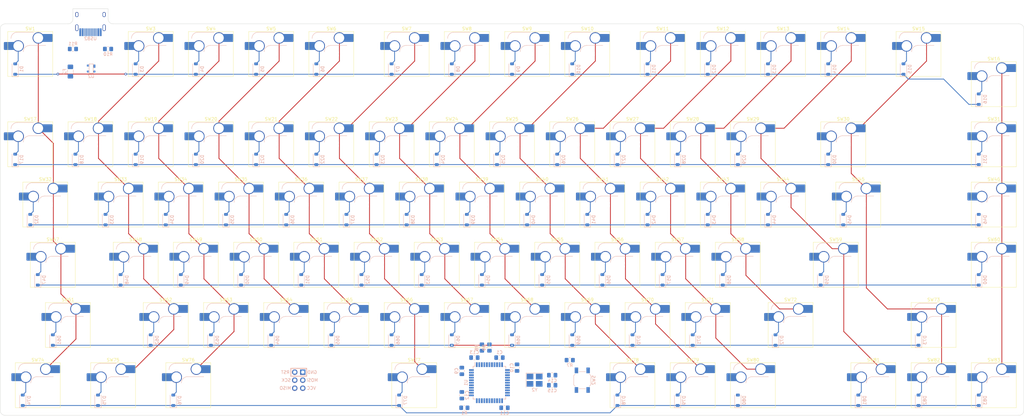
<source format=kicad_pcb>
(kicad_pcb (version 20221018) (generator pcbnew)
  (layers (0 "F.Cu" signal) (31 "B.Cu" signal) (34 "B.Paste" user) (35 "F.Paste" user) (36 "B.SilkS" user "B.Silkscreen") (37 "F.SilkS" user "F.Silkscreen") (38 "B.Mask" user) (39 "F.Mask" user) (44 "Edge.Cuts" user))
  (net 0 "")
  (net 1 "Net-(U1-UCAP)")
  (net 2 "GND")
  (net 3 "+5V")
  (net 4 "XTAL1")
  (net 5 "XTAL2")
  (net 6 "ROW0")
  (net 7 "Net-(D1-A)")
  (net 8 "DN")
  (net 9 "DP")
  (net 10 "Net-(D3-A)")
  (net 11 "Net-(D4-A)")
  (net 12 "Net-(D5-A)")
  (net 13 "Net-(D6-A)")
  (net 14 "Net-(D7-A)")
  (net 15 "Net-(D8-A)")
  (net 16 "Net-(D9-A)")
  (net 17 "Net-(D10-A)")
  (net 18 "Net-(D11-A)")
  (net 19 "Net-(D12-A)")
  (net 20 "Net-(D13-A)")
  (net 21 "Net-(D14-A)")
  (net 22 "Net-(D15-A)")
  (net 23 "Net-(D16-A)")
  (net 24 "ROW1")
  (net 25 "Net-(D17-A)")
  (net 26 "Net-(D18-A)")
  (net 27 "Net-(D19-A)")
  (net 28 "Net-(D20-A)")
  (net 29 "Net-(D21-A)")
  (net 30 "Net-(D22-A)")
  (net 31 "Net-(D23-A)")
  (net 32 "Net-(D24-A)")
  (net 33 "Net-(D25-A)")
  (net 34 "Net-(D26-A)")
  (net 35 "Net-(D27-A)")
  (net 36 "Net-(D28-A)")
  (net 37 "Net-(D29-A)")
  (net 38 "Net-(D30-A)")
  (net 39 "Net-(D31-A)")
  (net 40 "ROW2")
  (net 41 "Net-(D32-A)")
  (net 42 "Net-(D33-A)")
  (net 43 "Net-(D34-A)")
  (net 44 "Net-(D35-A)")
  (net 45 "Net-(D36-A)")
  (net 46 "Net-(D37-A)")
  (net 47 "Net-(D38-A)")
  (net 48 "Net-(D39-A)")
  (net 49 "Net-(D40-A)")
  (net 50 "Net-(D41-A)")
  (net 51 "Net-(D42-A)")
  (net 52 "Net-(D43-A)")
  (net 53 "Net-(D44-A)")
  (net 54 "Net-(D45-A)")
  (net 55 "Net-(D46-A)")
  (net 56 "ROW3")
  (net 57 "Net-(D47-A)")
  (net 58 "Net-(D48-A)")
  (net 59 "Net-(D49-A)")
  (net 60 "Net-(D50-A)")
  (net 61 "Net-(D51-A)")
  (net 62 "Net-(D52-A)")
  (net 63 "Net-(D53-A)")
  (net 64 "Net-(D54-A)")
  (net 65 "Net-(D55-A)")
  (net 66 "Net-(D56-A)")
  (net 67 "Net-(D57-A)")
  (net 68 "Net-(D58-A)")
  (net 69 "Net-(D59-A)")
  (net 70 "Net-(D60-A)")
  (net 71 "ROW4")
  (net 72 "Net-(D61-A)")
  (net 73 "Net-(D62-A)")
  (net 74 "Net-(D63-A)")
  (net 75 "Net-(D64-A)")
  (net 76 "Net-(D65-A)")
  (net 77 "Net-(D66-A)")
  (net 78 "Net-(D67-A)")
  (net 79 "Net-(D68-A)")
  (net 80 "Net-(D69-A)")
  (net 81 "Net-(D70-A)")
  (net 82 "Net-(D71-A)")
  (net 83 "Net-(D72-A)")
  (net 84 "Net-(D73-A)")
  (net 85 "ROW5")
  (net 86 "Net-(D74-A)")
  (net 87 "Net-(D75-A)")
  (net 88 "Net-(D76-A)")
  (net 89 "Net-(D77-A)")
  (net 90 "Net-(D78-A)")
  (net 91 "Net-(D79-A)")
  (net 92 "Net-(D80-A)")
  (net 93 "Net-(D81-A)")
  (net 94 "Net-(D82-A)")
  (net 95 "Net-(D83-A)")
  (net 96 "VCC")
  (net 97 "MISO")
  (net 98 "SCK")
  (net 99 "MOSI")
  (net 100 "RESET")
  (net 101 "Net-(U1-~{HWB}{slash}PE2)")
  (net 102 "D-")
  (net 103 "D+")
  (net 104 "Net-(USB2-CC2)")
  (net 105 "Net-(USB2-CC1)")
  (net 106 "COL0")
  (net 107 "COL1")
  (net 108 "COL2")
  (net 109 "COL3")
  (net 110 "COL4")
  (net 111 "COL5")
  (net 112 "COL6")
  (net 113 "COL7")
  (net 114 "COL8")
  (net 115 "COL9")
  (net 116 "COL10")
  (net 117 "COL11")
  (net 118 "COL12")
  (net 119 "COL13")
  (net 120 "COL14")
  (footprint "PCM_Switch_Keyboard_Hotswap_Kailh:SW_Hotswap_Kailh_MX_Plated_1.00u" (layer "F.Cu") (at 204.7875 161.925)
    (fp_text reference "SW49")
    (fp_text value "SW_Push")
  )
  (footprint "PCM_Switch_Keyboard_Hotswap_Kailh:SW_Hotswap_Kailh_MX_Plated_1.00u" (layer "F.Cu") (at 328.6125 180.975)
    (fp_text reference "SW69")
    (fp_text value "SW_Push")
  )
  (footprint "PCM_Switch_Keyboard_Hotswap_Kailh:SW_Hotswap_Kailh_MX_Plated_1.00u" (layer "F.Cu") (at 276.225 142.875)
    (fp_text reference "SW38")
    (fp_text value "SW_Push")
  )
  (footprint "PCM_Switch_Keyboard_Hotswap_Kailh:SW_Hotswap_Kailh_MX_Plated_1.00u" (layer "F.Cu") (at 195.2625 180.975)
    (fp_text reference "SW62")
    (fp_text value "SW_Push")
  )
  (footprint "PCM_Switch_Keyboard_Hotswap_Kailh:SW_Hotswap_Kailh_MX_Plated_1.00u" (layer "F.Cu") (at 214.3125 180.975)
    (fp_text reference "SW63")
    (fp_text value "SW_Push")
  )
  (footprint "PCM_Switch_Keyboard_Hotswap_Kailh:SW_Hotswap_Kailh_MX_Plated_6.25u" (layer "F.Cu") (at 273.84375 200.025)
    (fp_text reference "SW77")
    (fp_text value "SW_Push")
  )
  (footprint "PCM_Switch_Keyboard_Hotswap_Kailh:SW_Hotswap_Kailh_MX_Plated_1.00u" (layer "F.Cu") (at 409.575 95.25)
    (fp_text reference "SW14")
    (fp_text value "SW_Push")
  )
  (footprint "PCM_Switch_Keyboard_Hotswap_Kailh:SW_Hotswap_Kailh_MX_Plated_1.00u" (layer "F.Cu") (at 342.9 200.025)
    (fp_text reference "SW78")
    (fp_text value "SW_Push")
  )
  (footprint "PCM_Switch_Keyboard_Hotswap_Kailh:SW_Hotswap_Kailh_MX_Plated_1.50u" (layer "F.Cu") (at 157.1625 142.875)
    (fp_text reference "SW32")
    (fp_text value "SW_Push")
  )
  (footprint "PCM_Switch_Keyboard_Hotswap_Kailh:SW_Hotswap_Kailh_MX_Plated_1.00u" (layer "F.Cu") (at 304.8 123.825)
    (fp_text reference "SW25")
    (fp_text value "SW_Push")
  )
  (footprint "PCM_Switch_Keyboard_Hotswap_Kailh:SW_Hotswap_Kailh_MX_Plated_1.00u" (layer "F.Cu") (at 309.5625 95.25)
    (fp_text reference "SW9")
    (fp_text value "SW_Push")
  )
  (footprint "PCM_Switch_Keyboard_Hotswap_Kailh:SW_Hotswap_Kailh_MX_Plated_1.00u" (layer "F.Cu") (at 228.6 123.825)
    (fp_text reference "SW21")
    (fp_text value "SW_Push")
  )
  (footprint "PCM_Switch_Keyboard_Hotswap_Kailh:SW_Hotswap_Kailh_MX_Plated_2.25u" (layer "F.Cu") (at 407.19375 161.925)
    (fp_text reference "SW59")
    (fp_text value "SW_Push")
  )
  (footprint "PCM_Switch_Keyboard_Hotswap_Kailh:SW_Hotswap_Kailh_MX_Plated_1.00u" (layer "F.Cu") (at 457.2 104.775)
    (fp_text reference "SW16")
    (fp_text value "SW_Push")
  )
  (footprint "PCM_Switch_Keyboard_Hotswap_Kailh:SW_Hotswap_Kailh_MX_Plated_1.00u" (layer "F.Cu") (at 361.95 123.825)
    (fp_text reference "SW28")
    (fp_text value "SW_Push")
  )
  (footprint "PCM_Switch_Keyboard_Hotswap_Kailh:SW_Hotswap_Kailh_MX_Plated_1.00u" (layer "F.Cu") (at 309.5625 180.975)
    (fp_text reference "SW68")
    (fp_text value "SW_Push")
  )
  (footprint "PCM_Switch_Keyboard_Hotswap_Kailh:SW_Hotswap_Kailh_MX_Plated_1.00u" (layer "F.Cu") (at 390.525 142.875)
    (fp_text reference "SW44")
    (fp_text value "SW_Push")
  )
  (footprint "PCM_Switch_Keyboard_Hotswap_Kailh:SW_Hotswap_Kailh_MX_Plated_1.00u" (layer "F.Cu") (at 457.2 161.925)
    (fp_text reference "SW60")
    (fp_text value "SW_Push")
  )
  (footprint "PCM_Switch_Keyboard_Hotswap_Kailh:SW_Hotswap_Kailh_MX_Plated_1.00u" (layer "F.Cu") (at 457.2 200.025)
    (fp_text reference "SW83")
    (fp_text value "SW_Push")
  )
  (footprint "PCM_Switch_Keyboard_Hotswap_Kailh:SW_Hotswap_Kailh_MX_Plated_1.00u" (layer "F.Cu") (at 252.4125 180.975)
    (fp_text reference "SW65")
    (fp_text value "SW_Push")
  )
  (footprint "PCM_Switch_Keyboard_Hotswap_Kailh:SW_Hotswap_Kailh_MX_Plated_1.00u" (layer "F.Cu") (at 300.0375 161.925)
    (fp_text reference "SW54")
    (fp_text value "SW_Push")
  )
  (footprint "PCM_Switch_Keyboard_Hotswap_Kailh:SW_Hotswap_Kailh_MX_Plated_1.00u" (layer "F.Cu") (at 381 123.825)
    (fp_text reference "SW29")
    (fp_text value "SW_Push")
  )
  (footprint "PCM_Switch_Keyboard_Hotswap_Kailh:SW_Hotswap_Kailh_MX_Plated_1.00u" (layer "F.Cu") (at 347.6625 180.975)
    (fp_text reference "SW70")
    (fp_text value "SW_Push")
  )
  (footprint "PCM_Switch_Keyboard_Hotswap_Kailh:SW_Hotswap_Kailh_MX_Plated_1.00u" (layer "F.Cu") (at 290.5125 180.975)
    (fp_text reference "SW67")
    (fp_text value "SW_Push")
  )
  (footprint "PCM_Switch_Keyboard_Hotswap_Kailh:SW_Hotswap_Kailh_MX_Plated_1.00u" (layer "F.Cu") (at 152.4 95.25)
    (fp_text reference "SW1")
    (fp_text value "SW_Push")
  )
  (footprint "PCM_Switch_Keyboard_Hotswap_Kailh:SW_Hotswap_Kailh_MX_Plated_1.00u" (layer "F.Cu") (at 271.4625 180.975)
    (fp_text reference "SW66")
    (fp_text value "SW_Push")
  )
  (footprint "PCM_Switch_Keyboard_Hotswap_Kailh:SW_Hotswap_Kailh_MX_Plated_1.50u" (layer "F.Cu") (at 414.3375 142.875)
    (fp_text reference "SW45")
    (fp_text value "SW_Push")
  )
  (footprint "PCM_Switch_Keyboard_Hotswap_Kailh:SW_Hotswap_Kailh_MX_Plated_1.00u" (layer "F.Cu") (at 457.2 123.825)
    (fp_text reference "SW31")
    (fp_text value "SW_Push")
  )
  (footprint "PCM_Switch_Keyboard_Hotswap_Kailh:SW_Hotswap_Kailh_MX_Plated_1.00u" (layer "F.Cu") (at 247.65 95.25)
    (fp_text reference "SW6")
    (fp_text value "SW_Push")
  )
  (footprint "PCM_Switch_Keyboard_Hotswap_Kailh:SW_Hotswap_Kailh_MX_Plated_1.00u" (layer "F.Cu") (at 376.2375 161.925)
    (fp_text reference "SW58")
    (fp_text value "SW_Push")
  )
  (footprint "PCM_Switch_Keyboard_Hotswap_Kailh:SW_Hotswap_Kailh_MX_Plated_1.00u" (layer "F.Cu") (at 257.175 142.875)
    (fp_text reference "SW37")
    (fp_text value "SW_Push")
  )
  (footprint "PCM_Switch_Keyboard_Hotswap_Kailh:SW_Hotswap_Kailh_MX_Plated_1.00u" (layer "F.Cu") (at 381 200.025)
    (fp_text reference "SW80")
    (fp_text value "SW_Push")
  )
  (footprint "PCM_Switch_Keyboard_Hotswap_Kailh:SW_Hotswap_Kailh_MX_Plated_1.00u" (layer "F.Cu") (at 280.9875 161.925)
    (fp_text reference "SW53")
    (fp_text value "SW_Push")
  )
  (footprint "PCM_Switch_Keyboard_Hotswap_Kailh:SW_Hotswap_Kailh_MX_Plated_1.00u" (layer "F.Cu") (at 285.75 123.825)
    (fp_text reference "SW24")
    (fp_text value "SW_Push")
  )
  (footprint "PCM_Switch_Keyboard_Hotswap_Kailh:SW_Hotswap_Kailh_MX_Plated_1.00u" (layer "F.Cu") (at 361.95 200.025)
    (fp_text reference "SW79")
    (fp_text value "SW_Push")
  )
  (footprint "PCM_Switch_Keyboard_Hotswap_Kailh:SW_Hotswap_Kailh_MX_Plated_1.00u" (layer "F.Cu") (at 342.9 123.825)
    (fp_text reference "SW27")
    (fp_text value "SW_Push")
  )
  (footprint "PCM_Switch_Keyboard_Hotswap_Kailh:SW_Hotswap_Kailh_MX_Plated_1.00u" (layer "F.Cu") (at 180.975 142.875)
    (fp_text reference "SW33")
    (fp_text value "SW_Push")
  )
  (footprint "PCM_Switch_Keyboard_Hotswap_Kailh:SW_Hotswap_Kailh_MX_Plated_1.75u" (layer "F.Cu") (at 159.54375 161.925)
    (fp_text reference "SW47")
    (fp_text value "SW_Push")
  )
  (footprint "PCM_Switch_Keyboard_Hotswap_Kailh:SW_Hotswap_Kailh_MX_Plated_1.25u" (layer "F.Cu") (at 154.78125 200.025)
    (fp_text reference "SW74")
    (fp_text value "SW_Push")
  )
  (footprint "PCM_Switch_Keyboard_Hotswap_Kailh:SW_Hotswap_Kailh_MX_Plated_1.00u" (layer "F.Cu") (at 314.325 142.875)
    (fp_text reference "SW40")
    (fp_text value "SW_Push")
  )
  (footprint "PCM_Switch_Keyboard_Hotswap_Kailh:SW_Hotswap_Kailh_MX_Plated_1.00u" (layer "F.Cu") (at 319.0875 161.925)
    (fp_text reference "SW55")
    (fp_text value "SW_Push")
  )
  (footprint "PCM_Switch_Keyboard_Hotswap_Kailh:SW_Hotswap_Kailh_MX_Plated_1.00u" (layer "F.Cu") (at 266.7 123.825)
    (fp_text reference "SW23")
    (fp_text value "SW_Push")
  )
  (footprint "PCM_Switch_Keyboard_Hotswap_Kailh:SW_Hotswap_Kailh_MX_Plated_1.00u" (layer "F.Cu") (at 371.475 142.875)
    (fp_text reference "SW43")
    (fp_text value "SW_Push")
  )
  (footprint "PCM_Switch_Keyboard_Hotswap_Kailh:SW_Hotswap_Kailh_MX_Plated_1.00u" (layer "F.Cu") (at 290.5125 95.25)
    (fp_text reference "SW8")
    (fp_text value "SW_Push")
  )
  (footprint "PCM_Switch_Keyboard_Hotswap_Kailh:SW_Hotswap_Kailh_MX_Plated_2.00u" (layer "F.Cu") (at 409.575 123.825)
    (fp_text reference "SW30")
    (fp_text value "SW_Push")
  )
  (footprint "PCM_Switch_Keyboard_Hotswap_Kailh:SW_Hotswap_Kailh_MX_Plated_1.00u" (layer "F.Cu") (at 209.55 95.25)
    (fp_text reference "SW4")
    (fp_text value "SW_Push")
  )
  (footprint "PCM_Switch_Keyboard_Hotswap_Kailh:SW_Hotswap_Kailh_MX_Plated_1.00u" (layer "F.Cu") (at 352.425 95.25)
    (fp_text reference "SW11")
    (fp_text value "SW_Push")
  )
  (footprint "PCM_Switch_Keyboard_Hotswap_Kailh:SW_Hotswap_Kailh_MX_Plated_1.00u" (layer "F.Cu") (at 352.425 142.875)
    (fp_text reference "SW42")
    (fp_text value "SW_Push")
  )
  (footprint "PCM_Switch_Keyboard_Hotswap_Kailh:SW_Hotswap_Kailh_MX_Plated_1.00u" (layer "F.Cu") (at 242.8875 161.925)
    (fp_text reference "SW51")
    (fp_text value "SW_Push")
  )
  (footprint "PCM_Switch_Keyboard_Hotswap_Kailh:SW_Hotswap_Kailh_MX_Plated_1.00u" (layer "F.Cu") (at 238.125 142.875)
    (fp_text reference "SW36")
    (fp_text value "SW_Push")
  )
  (footprint "PCM_Switch_Keyboard_Hotswap_Kailh:SW_Hotswap_Kailh_MX_Plated_1.00u" (layer "F.Cu") (at 223.8375 161.925)
    (fp_text reference "SW50")
    (fp_text value "SW_Push")
  )
  (footprint "PCM_Switch_Keyboard_Hotswap_Kailh:SW_Hotswap_Kailh_MX_Plated_1.00u" (layer "F.Cu") (at 261.9375 161.925)
    (fp_text reference "SW52")
    (fp_text value "SW_Push")
  )
  (footprint "PCM_Switch_Keyboard_Hotswap_Kailh:SW_Hotswap_Kailh_MX_Plated_1.00u" (layer "F.Cu") (at 357.1875 161.925)
    (fp_text reference "SW57")
    (fp_text value "SW_Push")
  )
  (footprint "PCM_Switch_Keyboard_Hotswap_Kailh:SW_Hotswap_Kailh_MX_Plated_1.00u" (layer "F.Cu") (at 171.45 123.825)
    (fp_text reference "SW18")
    (fp_text value "SW_Push")
  )
  (footprint "PCM_Switch_Keyboard_Hotswap_Kailh:SW_Hotswap_Kailh_MX_Plated_1.00u" (layer "F.Cu") (at 209.55 123.825)
    (fp_text reference "SW20")
    (fp_text value "SW_Push")
  )
  (footprint "PCM_Switch_Keyboard_Hotswap_Kailh:SW_Hotswap_Kailh_MX_Plated_1.25u" (layer "F.Cu") (at 178.59375 200.025)
    (fp_text reference "SW75")
    (fp_text value "SW_Push")
  )
  (footprint "PCM_Switch_Keyboard_Hotswap_Kailh:SW_Hotswap_Kailh_MX_Plated_1.00u" (layer "F.Cu") (at 185.7375 161.925)
    (fp_text reference "SW48")
    (fp_text value "SW_Push")
  )
  (footprint "PCM_Switch_Keyboard_Hotswap_Kailh:SW_Hotswap_Kailh_MX_Plated_1.00u" (layer "F.Cu") (at 390.525 95.25)
    (fp_text reference "SW13")
    (fp_text value "SW_Push")
  )
  (footprint "PCM_Switch_Keyboard_Hotswap_Kailh:SW_Hotswap_Kailh_MX_Plated_1.00u" (layer "F.Cu") (at 366.7125 180.975)
    (fp_text reference "SW71")
    (fp_text value "SW_Push")
  )
  (footprint "PCM_Switch_Keyboard_Hotswap_Kailh:SW_Hotswap_Kailh_MX_Plated_1.00u" (layer "F.Cu") (at 190.5 123.825)
    (fp_text reference "SW19")
    (fp_text value "SW_Push")
  )
  (footprint "PCM_Switch_Keyboard_Hotswap_Kailh:SW_Hotswap_Kailh_MX_Plated_1.00u" (layer "F.Cu") (at 438.15 180.975)
    (fp_text reference "SW73")
    (fp_text value "SW_Push")
  )
  (footprint "PCM_Switch_Keyboard_Hotswap_Kailh:SW_Hotswap_Kailh_MX_Plated_1.00u" (layer "F.Cu") (at 323.85 123.825)
    (fp_text reference "SW26")
    (fp_text value "SW_Push")
  )
  (footprint "PCM_Switch_Keyboard_Hotswap_Kailh:SW_Hotswap_Kailh_MX_Plated_1.00u" (layer "F.Cu") (at 338.1375 161.925)
    (fp_text reference "SW56")
    (fp_text value "SW_Push")
  )
  (footprint "PCM_Switch_Keyboard_Hotswap_Kailh:SW_Hotswap_Kailh_MX_Plated_1.00u" (layer "F.Cu") (at 438.15 200.025)
    (fp_text reference "SW82")
    (fp_text value "SW_Push")
  )
  (footprint "PCM_Switch_Keyboard_Hotswap_Kailh:SW_Hotswap_Kailh_MX_Plated_1.00u" (layer "F.Cu") (at 328.6125 95.25)
    (fp_text reference "SW10")
    (fp_text value "SW_Push")
  )
  (footprint "PCM_Switch_Keyboard_Hotswap_Kailh:SW_Hotswap_Kailh_MX_Plated_1.25u" (layer "F.Cu") (at 202.40625 200.025)
    (fp_text reference "SW76")
    (fp_text value "SW_Push")
  )
  (footprint "PCM_Switch_Keyboard_Hotswap_Kailh:SW_Hotswap_Kailh_MX_Plated_1.00u" (layer "F.Cu") (at 247.65 123.825)
    (fp_text reference "SW22")
    (fp_text value "SW_Push")
  )
  (footprint "PCM_Switch_Keyboard_Hotswap_Kailh:SW_Hotswap_Kailh_MX_Plated_1.00u" (layer "F.Cu") (at 295.275 142.875)
    (fp_text reference "SW39")
    (fp_text value "SW_Push")
  )
  (footprint "PCM_Switch_Keyboard_Hotswap_Kailh:SW_Hotswap_Kailh_MX_Plated_2.25u" (layer "F.Cu") (at 164.30625 180.975)
    (fp_text reference "SW61")
    (fp_text value "SW_Push")
  )
  (footprint "PCM_Switch_Keyboard_Hotswap_Kailh:SW_Hotswap_Kailh_MX_Plated_1.00u" (layer "F.Cu") (at 152.4 123.825)
    (fp_text reference "SW17")
    (fp_text value "SW_Push")
  )
  (footprint "PCM_Switch_Keyboard_Hotswap_Kailh:SW_Hotswap_Kailh_MX_Plated_1.00u" (layer "F.Cu") (at 200.025 142.875)
    (fp_text reference "SW34")
    (fp_text value "SW_Push")
  )
  (footprint "PCM_Switch_Keyboard_Hotswap_Kailh:SW_Hotswap_Kailh_MX_Plated_1.00u" (layer "F.Cu") (at 271.4625 95.25)
    (fp_text reference "SW7")
    (fp_text value "SW_Push")
  )
  (footprint "PCM_Switch_Keyboard_Hotswap_Kailh:SW_Hotswap_Kailh_MX_Plated_1.00u" (layer "F.Cu") (at 219.075 142.875)
    (fp_text reference "SW35")
    (fp_text value "SW_Push")
  )
  (footprint "PCM_Switch_Keyboard_Hotswap_Kailh:SW_Hotswap_Kailh_MX_Plated_1.00u" (layer "F.Cu") (at 233.3625 180.975)
    (fp_text reference "SW64")
    (fp_text value "SW_Push")
  )
  (footprint "PCM_Switch_Keyboard_Hotswap_Kailh:SW_Hotswap_Kailh_MX_Plated_1.00u" (layer "F.Cu") (at 333.375 142.875)
    (fp_text reference "SW41")
    (fp_text value "SW_Push")
  )
  (footprint "PCM_Switch_Keyboard_Hotswap_Kailh:SW_Hotswap_Kailh_MX_Plated_1.00u" (layer "F.Cu") (at 419.1 200.025)
    (fp_text reference "SW81")
    (fp_text value "SW_Push")
  )
  (footprint "PCM_Switch_Keyboard_Hotswap_Kailh:SW_Hotswap_Kailh_MX_Plated_1.00u" (layer "F.Cu") (at 457.2 142.875)
    (fp_text reference "SW46")
    (fp_text value "SW_Push")
  )
  (footprint "PCM_Switch_Keyboard_Hotswap_Kailh:SW_Hotswap_Kailh_MX_Plated_1.00u" (layer "F.Cu") (at 433.3875 95.25)
    (fp_text reference "SW15")
    (fp_text value "SW_Push")
  )
  (footprint "PCM_Switch_Keyboard_Hotswap_Kailh:SW_Hotswap_Kailh_MX_Plated_1.00u" (layer "F.Cu") (at 371.475 95.25)
    (fp_text reference "SW12")
    (fp_text value "SW_Push")
  )
  (footprint "PCM_Switch_Keyboard_Hotswap_Kailh:SW_Hotswap_Kailh_MX_Plated_1.75u" (layer "F.Cu") (at 392.90625 180.975)
    (fp_text reference "SW72")
    (fp_text value "SW_Push")
  )
  (footprint "PCM_Switch_Keyboard_Hotswap_Kailh:SW_Hotswap_Kailh_MX_Plated_1.00u" (layer "F.Cu") (at 190.5 95.25)
    (fp_text reference "SW3")
    (fp_text value "SW_Push")
  )
  (footprint "PCM_Switch_Keyboard_Hotswap_Kailh:SW_Hotswap_Kailh_MX_Plated_1.00u" (layer "F.Cu") (at 228.6 95.25)
    (fp_text reference "SW5")
    (fp_text value "SW_Push")
  )
  (footprint "Diode_SMD:D_SOD-123" (layer "B.Cu") (at 219.075 166.6875 90)
    (fp_text reference "D50")
    (fp_text value "D_Small")
  )
  (footprint "Diode_SMD:D_SOD-123" (layer "B.Cu") (at 314.325 166.6875 90)
    (fp_text reference "D55")
    (fp_text value "D_Small")
  )
  (footprint "Diode_SMD:D_SOD-123" (layer "B.Cu") (at 323.85 185.7375 90)
    (fp_text reference "D69")
    (fp_text value "D_Small")
  )
  (footprint "Diode_SMD:D_SOD-123" (layer "B.Cu") (at 154.78125 166.6875 90)
    (fp_text reference "D47")
    (fp_text value "D_Small")
  )
  (footprint "Diode_SMD:D_SOD-123" (layer "B.Cu") (at 147.6375 128.5875 90)
    (fp_text reference "D17")
    (fp_text value "D_Small")
  )
  (footprint "Diode_SMD:D_SOD-123" (layer "B.Cu") (at 214.3125 147.6375 90)
    (fp_text reference "D35")
    (fp_text value "D_Small")
  )
  (footprint "Diode_SMD:D_SOD-123" (layer "B.Cu") (at 452.4375 204.7875 90)
    (fp_text reference "D83")
    (fp_text value "D_Small")
  )
  (footprint "Diode_SMD:D_SOD-123" (layer "B.Cu") (at 385.7625 100.0125 90)
    (fp_text reference "D13")
    (fp_text value "D_Small")
  )
  (footprint "Capacitor_SMD:C_0805_2012Metric_Pad1.18x1.45mm_HandSolder" (layer "B.Cu") (at 317.496 196.84752)
    (fp_text reference "C14")
    (fp_text value "22pF")
  )
  (footprint "Diode_SMD:D_SOD-123" (layer "B.Cu") (at 295.275 166.6875 90)
    (fp_text reference "D54")
    (fp_text value "D_Small")
  )
  (footprint "Diode_SMD:D_SOD-123" (layer "B.Cu") (at 366.7125 100.0125 90)
    (fp_text reference "D12")
    (fp_text value "D_Small")
  )
  (footprint "Resistor_SMD:R_0805_2012Metric_Pad1.20x1.40mm_HandSolder" (layer "B.Cu") (at 289.7151 207.16614)
    (fp_text reference "R1")
    (fp_text value "10k")
  )
  (footprint "Diode_SMD:D_SOD-123" (layer "B.Cu") (at 147.6375 100.0125 90)
    (fp_text reference "D1")
    (fp_text value "D_Small")
  )
  (footprint "Diode_SMD:D_SOD-123" (layer "B.Cu") (at 414.3375 204.7875 90)
    (fp_text reference "D81")
    (fp_text value "D_Small")
  )
  (footprint "Diode_SMD:D_SOD-123" (layer "B.Cu") (at 228.6 185.7375 90)
    (fp_text reference "D64")
    (fp_text value "D_Small")
  )
  (footprint "Diode_SMD:D_SOD-123" (layer "B.Cu") (at 452.4375 128.5875 90)
    (fp_text reference "D31")
    (fp_text value "D_Small")
  )
  (footprint "Diode_SMD:D_SOD-123" (layer "B.Cu") (at 185.7375 128.5875 90)
    (fp_text reference "D19")
    (fp_text value "D_Small")
  )
  (footprint "Diode_SMD:D_SOD-123" (layer "B.Cu") (at 371.475 166.6875 90)
    (fp_text reference "D58")
    (fp_text value "D_Small")
  )
  (footprint "Diode_SMD:D_SOD-123" (layer "B.Cu") (at 309.5625 147.6375 90)
    (fp_text reference "D40")
    (fp_text value "D_Small")
  )
  (footprint "Fuse:Fuse_1206_3216Metric_Pad1.42x1.75mm_HandSolder" (layer "B.Cu") (at 165.09792 100.80498 -90)
    (fp_text reference "F2")
    (fp_text value "500m")
  )
  (footprint "Diode_SMD:D_SOD-123" (layer "B.Cu") (at 342.9 185.7375 90)
    (fp_text reference "D70")
    (fp_text value "D_Small")
  )
  (footprint "random-keyboard-parts:SOT143B" (layer "B.Cu") (at 171.6541 99.85498 180)
    (fp_text reference "U2")
    (fp_text value "PRTR5V0U2X")
  )
  (footprint "Diode_SMD:D_SOD-123" (layer "B.Cu") (at 247.65 185.7375 90)
    (fp_text reference "D65")
    (fp_text value "D_Small")
  )
  (footprint "Diode_SMD:D_SOD-123" (layer "B.Cu") (at 388.14375 185.7375 90)
    (fp_text reference "D72")
    (fp_text value "D_Small")
  )
  (footprint "Diode_SMD:D_SOD-123" (layer "B.Cu") (at 257.175 166.6875 90)
    (fp_text reference "D52")
    (fp_text value "D_Small")
  )
  (footprint "Diode_SMD:D_SOD-123" (layer "B.Cu") (at 347.6625 100.0125 90)
    (fp_text reference "D11")
    (fp_text value "D_Small")
  )
  (footprint "Diode_SMD:D_SOD-123" (layer "B.Cu") (at 338.1375 128.5875 90)
    (fp_text reference "D27")
    (fp_text value "D_Small")
  )
  (footprint "Diode_SMD:D_SOD-123" (layer "B.Cu") (at 195.2625 147.6375 90)
    (fp_text reference "D34")
    (fp_text value "D_Small")
  )
  (footprint "Diode_SMD:D_SOD-123" (layer "B.Cu") (at 404.8125 100.0125 90)
    (fp_text reference "D14")
    (fp_text value "D_Small")
  )
  (footprint "Diode_SMD:D_SOD-123" (layer "B.Cu") (at 266.7 100.0125 90)
    (fp_text reference "D7")
    (fp_text value "D_Small")
  )
  (footprint "Diode_SMD:D_SOD-123" (layer "B.Cu") (at 385.7625 147.6375 90)
    (fp_text reference "D44")
    (fp_text value "D_Small")
  )
  (footprint "Diode_SMD:D_SOD-123" (layer "B.Cu") (at 347.6625 147.6375 90)
    (fp_text reference "D42")
    (fp_text value "D_Small")
  )
  (footprint "Diode_SMD:D_SOD-123" (layer "B.Cu") (at 223.8375 100.0125 90)
    (fp_text reference "D5")
    (fp_text value "D_Small")
  )
  (footprint "Diode_SMD:D_SOD-123" (layer "B.Cu") (at 266.7 185.7375 90)
    (fp_text reference "D66")
    (fp_text value "D_Small")
  )
  (footprint "Diode_SMD:D_SOD-123" (layer "B.Cu") (at 185.7375 100.0125 90)
    (fp_text reference "D3")
    (fp_text value "D_Small")
  )
  (footprint "Diode_SMD:D_SOD-123" (layer "B.Cu") (at 357.1875 128.5875 90)
    (fp_text reference "D28")
    (fp_text value "D_Small")
  )
  (footprint "Diode_SMD:D_SOD-123" (layer "B.Cu") (at 252.4125 147.6375 90)
    (fp_text reference "D37")
    (fp_text value "D_Small")
  )
  (footprint "Diode_SMD:D_SOD-123" (layer "B.Cu") (at 361.95 185.7375 90)
    (fp_text reference "D71")
    (fp_text value "D_Small")
  )
  (footprint "Diode_SMD:D_SOD-123" (layer "B.Cu") (at 428.625 100.0125 90)
    (fp_text reference "D15")
    (fp_text value "D_Small")
  )
  (footprint "Diode_SMD:D_SOD-123" (layer "B.Cu") (at 376.2375 204.7875 90)
    (fp_text reference "D80")
    (fp_text value "D_Small")
  )
  (footprint "Capacitor_SMD:C_0805_2012Metric_Pad1.18x1.45mm_HandSolder" (layer "B.Cu") (at 306.38364 194.4663 -90)
    (fp_text reference "C10")
    (fp_text value "0.1u")
  )
  (footprint "Capacitor_SMD:C_0805_2012Metric_Pad1.18x1.45mm_HandSolder" (layer "B.Cu") (at 317.496 200.02248)
    (fp_text reference "C15")
    (fp_text value "22pF")
  )
  (footprint "Diode_SMD:D_SOD-123" (layer "B.Cu") (at 328.6125 147.6375 90)
    (fp_text reference "D41")
    (fp_text value "D_Small")
  )
  (footprint "Capacitor_SMD:C_0805_2012Metric_Pad1.18x1.45mm_HandSolder" (layer "B.Cu") (at 288.92136 203.19744 90)
    (fp_text reference "C12")
    (fp_text value "0.1u")
  )
  (footprint "Diode_SMD:D_SOD-123" (layer "B.Cu") (at 276.225 166.6875 90)
    (fp_text reference "D53")
    (fp_text value "D_Small")
  )
  (footprint "Diode_SMD:D_SOD-123" (layer "B.Cu") (at 338.1375 204.7875 90)
    (fp_text reference "D78")
    (fp_text value "D_Small")
  )
  (footprint "Resistor_SMD:R_0805_2012Metric_Pad1.20x1.40mm_HandSolder" (layer "B.Cu") (at 165.89166 93.66132 180)
    (fp_text reference "R11")
    (fp_text value "5.1k")
  )
  (footprint "Button_Switch_SMD:SW_SPST_SKQG_WithStem" (layer "B.Cu") (at 327.02088 198.435 90)
    (fp_text reference "SW2")
    (fp_text value "SW_Push")
  )
  (footprint "Diode_SMD:D_SOD-123" (layer "B.Cu") (at 290.5125 147.6375 90)
    (fp_text reference "D39")
    (fp_text value "D_Small")
  )
  (footprint "Diode_SMD:D_SOD-123" (layer "B.Cu") (at 285.75 100.0125 90)
    (fp_text reference "D8")
    (fp_text value "D_Small")
  )
  (footprint "Diode_SMD:D_SOD-123" (layer "B.Cu") (at 176.2125 147.6375 90)
    (fp_text reference "D33")
    (fp_text value "D_Small")
  )
  (footprint "Diode_SMD:D_SOD-123" (layer "B.Cu") (at 402.43125 166.6875 90)
    (fp_text reference "D59")
    (fp_text value "D_Small")
  )
  (footprint "Diode_SMD:D_SOD-123" (layer "B.Cu") (at 223.8375 128.5875 90)
    (fp_text reference "D21")
    (fp_text value "D_Small")
  )
  (footprint "Diode_SMD:D_SOD-123" (layer "B.Cu") (at 233.3625 147.6375 90)
    (fp_text reference "D36")
    (fp_text value "D_Small")
  )
  (footprint "Diode_SMD:D_SOD-123" (layer "B.Cu") (at 333.375 166.6875 90)
    (fp_text reference "D56")
    (fp_text value "D_Small")
  )
  (footprint "Diode_SMD:D_SOD-123" (layer "B.Cu") (at 166.6875 128.5875 90)
    (fp_text reference "D18")
    (fp_text value "D_Small")
  )
  (footprint "Diode_SMD:D_SOD-123" (layer "B.Cu") (at 357.1875 204.7875 90)
    (fp_text reference "D79")
    (fp_text value "D_Small")
  )
  (footprint "Diode_SMD:D_SOD-123" (layer "B.Cu") (at 452.4375 109.5375 90)
    (fp_text reference "D16")
    (fp_text value "D_Small")
  )
  (footprint "Capacitor_SMD:C_0805_2012Metric_Pad1.18x1.45mm_HandSolder" (layer "B.Cu") (at 288.92136 195.5038 -90)
    (fp_text reference "C9")
    (fp_text value "0.1u")
  )
  (footprint "Diode_SMD:D_SOD-123" (layer "B.Cu") (at 452.4375 166.6875 90)
    (fp_text reference "D60")
    (fp_text value "D_Small")
  )
  (footprint "Diode_SMD:D_SOD-123" (layer "B.Cu") (at 159.54375 185.7375 90)
    (fp_text reference "D61")
    (fp_text value "D_Small")
  )
  (footprint "Capacitor_SMD:C_0805_2012Metric_Pad1.18x1.45mm_HandSolder" (layer "B.Cu") (at 302.41494 207.16614)
    (fp_text reference "C11")
    (fp_text value "0.1u")
  )
  (footprint "Diode_SMD:D_SOD-123" (layer "B.Cu") (at 433.3875 185.7375 90)
    (fp_text reference "D73")
    (fp_text value "D_Small")
  )
  (footprint "Diode_SMD:D_SOD-123" (layer "B.Cu") (at 300.0375 128.5875 90)
    (fp_text reference "D25")
    (fp_text value "D_Small")
  )
  (footprint "Capacitor_SMD:C_0805_2012Metric_Pad1.18x1.45mm_HandSolder" (layer "B.Cu") (at 292.89006 191.29134 180)
    (fp_text reference "C13")
    (fp_text value "10u")
  )
  (footprint "Diode_SMD:D_SOD-123" (layer "B.Cu") (at 197.64375 204.7875 90)
    (fp_text reference "D76")
    (fp_text value "D_Small")
  )
  (footprint "Diode_SMD:D_SOD-123" (layer "B.Cu") (at 204.7875 128.5875 90)
    (fp_text reference "D20")
    (fp_text value "D_Small")
  )
  (footprint "Diode_SMD:D_SOD-123" (layer "B.Cu") (at 366.7125 147.6375 90)
    (fp_text reference "D43")
    (fp_text value "D_Small")
  )
  (footprint "Type-C.pretty-master:HRO-TYPE-C-31-M-12-HandSoldering" (layer "B.Cu") (at 171.44784 80.16774)
    (fp_text reference "USB2")
    (fp_text value "HRO-TYPE-C-31-M-12")
  )
  (footprint "Diode_SMD:D_SOD-123" (layer "B.Cu") (at 404.8125 128.5875 90)
    (fp_text reference "D30")
    (fp_text value "D_Small")
  )
  (footprint "Diode_SMD:D_SOD-123" (layer "B.Cu") (at 269.08125 204.7875 90)
    (fp_text reference "D77")
    (fp_text value "D_Small")
  )
  (footprint "Diode_SMD:D_SOD-123" (layer "B.Cu") (at 150.01875 204.7875 90)
    (fp_text reference "D74")
    (fp_text value "D_Small")
  )
  (footprint "Diode_SMD:D_SOD-123" (layer "B.Cu") (at 261.9375 128.5875 90)
    (fp_text reference "D23")
    (fp_text value "D_Small")
  )
  (footprint "Diode_SMD:D_SOD-123" (layer "B.Cu") (at 152.4 147.6375 90)
    (fp_text reference "D32")
    (fp_text value "D_Small")
  )
  (footprint "Diode_SMD:D_SOD-123" (layer "B.Cu") (at 204.7875 100.0125 90)
    (fp_text reference "D4")
    (fp_text value "D_Small")
  )
  (footprint "Resistor_SMD:R_0805_2012Metric_Pad1.20x1.40mm_HandSolder" (layer "B.Cu") (at 295.27128 188.11638 -90)
    (fp_text reference "R8")
    (fp_text value "22")
  )
  (footprint "Diode_SMD:D_SOD-123" (layer "B.Cu") (at 200.025 166.6875 90)
    (fp_text reference "D49")
    (fp_text value "D_Small")
  )
  (footprint "Diode_SMD:D_SOD-123" (layer "B.Cu") (at 352.425 166.6875 90)
    (fp_text reference "D57")
    (fp_text value "D_Small")
  )
  (footprint "Diode_SMD:D_SOD-123" (layer "B.Cu") (at 285.75 185.7375 90)
    (fp_text reference "D67")
    (fp_text value "D_Small")
  )
  (footprint "Resistor_SMD:R_0805_2012Metric_Pad1.20x1.40mm_HandSolder" (layer "B.Cu") (at 177.00402 93.66132)
    (fp_text reference "R10")
    (fp_text value "5.1k")
  )
  (footprint "Diode_SMD:D_SOD-123" (layer "B.Cu") (at 433.3875 204.7875 90)
    (fp_text reference "D82")
    (fp_text value "D_Small")
  )
  (footprint "Diode_SMD:D_SOD-123" (layer "B.Cu") (at 242.8875 128.5875 90)
    (fp_text reference "D22")
    (fp_text value "D_Small")
  )
  (footprint "Diode_SMD:D_SOD-123" (layer "B.Cu") (at 209.55 185.7375 90)
    (fp_text reference "D63")
    (fp_text value "D_Small")
  )
  (footprint "Diode_SMD:D_SOD-123" (layer "B.Cu") (at 242.8875 100.0125 90)
    (fp_text reference "D6")
    (fp_text value "D_Small")
  )
  (footprint "Diode_SMD:D_SOD-123" (layer "B.Cu") (at 452.4375 147.6375 90)
    (fp_text reference "D46")
    (fp_text value "D_Small")
  )
  (footprint "Resistor_SMD:R_0805_2012Metric_Pad1.20x1.40mm_HandSolder" (layer "B.Cu") (at 323.05218 192.08508)
    (fp_text reference "R7")
    (fp_text value "10k")
  )
  (footprint "Diode_SMD:D_SOD-123" (layer "B.Cu") (at 280.9875 128.5875 90)
    (fp_text reference "D24")
    (fp_text value "D_Small")
  )
  (footprint "Diode_SMD:D_SOD-123" (layer "B.Cu") (at 323.85 100.0125 90)
    (fp_text reference "D10")
    (fp_text value "D_Small")
  )
  (footprint "Resistor_SMD:R_0805_2012Metric_Pad1.20x1.40mm_HandSolder" (layer "B.Cu") (at 297.6525 188.11638 -90)
    (fp_text reference "R9")
    (fp_text value "22")
  )
  (footprint "Diode_SMD:D_SOD-123" (layer "B.Cu") (at 238.125 166.6875 90)
    (fp_text reference "D51")
    (fp_text value "D_Small")
  )
  (footprint "Diode_SMD:D_SOD-123" (layer "B.Cu") (at 319.0875 128.5875 90)
    (fp_text reference "D26")
    (fp_text value "D_Small")
  )
  (footprint "Capacitor_SMD:C_0805_2012Metric_Pad1.18x1.45mm_HandSolder" (layer "B.Cu") (at 300.82746 191.29134 180)
    (fp_text reference "C1")
    (fp_text value "1u")
  )
  (footprint "random-keyboard-parts:Reset_Pretty-Mask" (layer "B.Cu") (at 237.32826 198.435)
    (fp_text reference "J2")
    (fp_text value "AVR-ISP-6")
  )
  (footprint "Package_QFP:TQFP-44_10x10mm_P0.8mm" (layer "B.Cu") (at 297.6525 199.22874 -90)
    (fp_text reference "U1")
    (fp_text value "ATmega32U4-A")
  )
  (footprint "Diode_SMD:D_SOD-123" (layer "B.Cu") (at 304.8 100.0125 90)
    (fp_text reference "D9")
    (fp_text value "D_Small")
  )
  (footprint "Crystal:Crystal_SMD_3225-4Pin_3.2x2.5mm_HandSoldering" (layer "B.Cu") (at 311.93982 198.435)
    (fp_text reference "Y2")
    (fp_text value "X322516MOB4SI")
  )
  (footprint "Diode_SMD:D_SOD-123" (layer "B.Cu") (at 409.575 147.6375 90)
    (fp_text reference "D45")
    (fp_text value "D_Small")
  )
  (footprint "Diode_SMD:D_SOD-123" (layer "B.Cu") (at 180.975 166.6875 90)
    (fp_text reference "D48")
    (fp_text value "D_Small")
  )
  (footprint "Diode_SMD:D_SOD-123" (layer "B.Cu") (at 173.83125 204.7875 90)
    (fp_text reference "D75")
    (fp_text value "D_Small")
  )
  (footprint "Diode_SMD:D_SOD-123" (layer "B.Cu") (at 271.4625 147.6375 90)
    (fp_text reference "D38")
    (fp_text value "D_Small")
  )
  (footprint "Diode_SMD:D_SOD-123" (layer "B.Cu") (at 304.8 185.7375 90)
    (fp_text reference "D68")
    (fp_text value "D_Small")
  )
  (footprint "Diode_SMD:D_SOD-123" (layer "B.Cu") (at 376.2375 128.5875 90)
    (fp_text reference "D29")
    (fp_text value "D_Small")
  )
  (footprint "Diode_SMD:D_SOD-123" (layer "B.Cu") (at 190.5 185.7375 90)
    (fp_text reference "D62")
    (fp_text value "D_Small")
  )
  (gr_line (start 164.30625 85.725) (end 144.4625 85.725) (stroke (width 0.1)) (layer "Edge.Cuts"))
  (gr_arc (start 178.59375 85.725) (mid 177.471218 85.260032) (end 177.00625 84.1375) (stroke (width 0.1)) (layer "Edge.Cuts"))
  (gr_arc (start 142.875 87.3125) (mid 143.339968 86.189968) (end 144.4625 85.725) (stroke (width 0.1)) (layer "Edge.Cuts"))
  (gr_line (start 142.875 207.9625) (end 142.875 87.3125) (stroke (width 0.1)) (layer "Edge.Cuts"))
  (gr_line (start 178.59375 85.725) (end 465.1375 85.725) (stroke (width 0.1)) (layer "Edge.Cuts"))
  (gr_arc (start 144.4625 209.55) (mid 143.339968 209.085032) (end 142.875 207.9625) (stroke (width 0.1)) (layer "Edge.Cuts"))
  (gr_arc (start 465.1375 85.725) (mid 466.260032 86.189968) (end 466.725 87.3125) (stroke (width 0.1)) (layer "Edge.Cuts"))
  (gr_line (start 465.1375 209.55) (end 144.4625 209.55) (stroke (width 0.1)) (layer "Edge.Cuts"))
  (gr_line (start 177.00625 80.9625) (end 177.00625 84.1375) (stroke (width 0.1)) (layer "Edge.Cuts"))
  (gr_line (start 165.89375 84.1375) (end 165.89375 80.9625) (stroke (width 0.1)) (layer "Edge.Cuts"))
  (gr_line (start 165.89375 80.9625) (end 177.00625 80.9625) (stroke (width 0.1)) (layer "Edge.Cuts"))
  (gr_line (start 466.725 87.3125) (end 466.725 207.9625) (stroke (width 0.1)) (layer "Edge.Cuts"))
  (gr_arc (start 466.725 207.9625) (mid 466.260032 209.085032) (end 465.1375 209.55) (stroke (width 0.1)) (layer "Edge.Cuts"))
  (gr_arc (start 165.89375 84.1375) (mid 165.428782 85.260032) (end 164.30625 85.725) (stroke (width 0.1)) (layer "Edge.Cuts"))
  (segment (start 161.13125 101.6) (end 182.5625 101.6) (width 0.254) (layer "F.Cu") (net 6))
  (via (at 182.5625 101.6) (size 0.8) (drill 0.4) (layers "F.Cu" "B.Cu") (net 6))
  (via (at 161.13125 101.6) (size 0.8) (drill 0.4) (layers "F.Cu" "B.Cu") (net 6))
  (segment (start 449.325 111.1875) (end 452.4375 111.1875) (width 0.254) (layer "B.Cu") (net 6))
  (segment (start 441.325 103.1875) (end 449.325 111.1875) (width 0.254) (layer "B.Cu") (net 6))
  (segment (start 242.8875 101.6625) (end 266.7 101.6625) (width 0.254) (layer "B.Cu") (net 6))
  (segment (start 430.15 103.1875) (end 441.325 103.1875) (width 0.254) (layer "B.Cu") (net 6))
  (segment (start 185.7375 101.6625) (end 204.7875 101.6625) (width 0.254) (layer "B.Cu") (net 6))
  (segment (start 223.8375 101.6625) (end 242.8875 101.6625) (width 0.254) (layer "B.Cu") (net 6))
  (segment (start 404.8125 101.6625) (end 428.625 101.6625) (width 0.254) (layer "B.Cu") (net 6))
  (segment (start 428.625 101.6625) (end 430.15 103.1875) (width 0.254) (layer "B.Cu") (net 6))
  (segment (start 347.6625 101.6625) (end 366.7125 101.6625) (width 0.254) (layer "B.Cu") (net 6))
  (segment (start 304.8 101.6625) (end 323.85 101.6625) (width 0.254) (layer "B.Cu") (net 6))
  (segment (start 204.7875 101.6625) (end 223.8375 101.6625) (width 0.254) (layer "B.Cu") (net 6))
  (segment (start 366.7125 101.6625) (end 385.7625 101.6625) (width 0.254) (layer "B.Cu") (net 6))
  (segment (start 385.7625 101.6625) (end 404.8125 101.6625) (width 0.254) (layer "B.Cu") (net 6))
  (segment (start 285.75 101.6625) (end 304.8 101.6625) (width 0.254) (layer "B.Cu") (net 6))
  (segment (start 182.5625 101.6) (end 185.675 101.6) (width 0.254) (layer "B.Cu") (net 6))
  (segment (start 147.6375 101.6625) (end 161.06875 101.6625) (width 0.254) (layer "B.Cu") (net 6))
  (segment (start 266.7 101.6625) (end 285.75 101.6625) (width 0.254) (layer "B.Cu") (net 6))
  (segment (start 323.85 101.6625) (end 347.6625 101.6625) (width 0.254) (layer "B.Cu") (net 6))
  (segment (start 161.06875 101.6625) (end 161.13125 101.6) (width 0.254) (layer "B.Cu") (net 6))
  (segment (start 185.675 101.6) (end 185.7375 101.6625) (width 0.254) (layer "B.Cu") (net 6))
  (segment (start 147.6375 98.3625) (end 148.59 97.41) (width 0.254) (layer "B.Cu") (net 7))
  (segment (start 148.59 97.41) (end 148.59 92.71) (width 0.254) (layer "B.Cu") (net 7))
  (segment (start 185.7375 98.3625) (end 186.69 97.41) (width 0.254) (layer "B.Cu") (net 10))
  (segment (start 186.69 97.41) (end 186.69 92.71) (width 0.254) (layer "B.Cu") (net 10))
  (segment (start 204.7875 98.3625) (end 205.74 97.41) (width 0.254) (layer "B.Cu") (net 11))
  (segment (start 205.74 97.41) (end 205.74 92.71) (width 0.254) (layer "B.Cu") (net 11))
  (segment (start 224.79 97.41) (end 224.79 92.71) (width 0.254) (layer "B.Cu") (net 12))
  (segment (start 223.8375 98.3625) (end 224.79 97.41) (width 0.254) (layer "B.Cu") (net 12))
  (segment (start 243.84 97.41) (end 243.84 92.71) (width 0.254) (layer "B.Cu") (net 13))
  (segment (start 242.8875 98.3625) (end 243.84 97.41) (width 0.254) (layer "B.Cu") (net 13))
  (segment (start 267.6525 97.41) (end 267.6525 92.71) (width 0.254) (layer "B.Cu") (net 14))
  (segment (start 266.7 98.3625) (end 267.6525 97.41) (width 0.254) (layer "B.Cu") (net 14))
  (segment (start 286.7025 97.41) (end 286.7025 92.71) (width 0.254) (layer "B.Cu") (net 15))
  (segment (start 285.75 98.3625) (end 286.7025 97.41) (width 0.254) (layer "B.Cu") (net 15))
  (segment (start 305.7525 97.41) (end 305.7525 92.71) (width 0.254) (layer "B.Cu") (net 16))
  (segment (start 304.8 98.3625) (end 305.7525 97.41) (width 0.254) (layer "B.Cu") (net 16))
  (segment (start 323.85 98.3625) (end 324.8025 97.41) (width 0.254) (layer "B.Cu") (net 17))
  (segment (start 324.8025 97.41) (end 324.8025 92.71) (width 0.254) (layer "B.Cu") (net 17))
  (segment (start 347.6625 98.3625) (end 348.615 97.41) (width 0.254) (layer "B.Cu") (net 18))
  (segment (start 348.615 97.41) (end 348.615 92.71) (width 0.254) (layer "B.Cu") (net 18))
  (segment (start 366.7125 98.3625) (end 367.665 97.41) (width 0.254) (layer "B.Cu") (net 19))
  (segment (start 367.665 97.41) (end 367.665 92.71) (width 0.254) (layer "B.Cu") (net 19))
  (segment (start 385.7625 98.3625) (end 386.715 97.41) (width 0.254) (layer "B.Cu") (net 20))
  (segment (start 386.715 97.41) (end 386.715 92.71) (width 0.254) (layer "B.Cu") (net 20))
  (segment (start 405.765 97.41) (end 405.765 92.71) (width 0.254) (layer "B.Cu") (net 21))
  (segment (start 404.8125 98.3625) (end 405.765 97.41) (width 0.254) (layer "B.Cu") (net 21))
  (segment (start 429.5775 97.41) (end 429.5775 92.71) (width 0.254) (layer "B.Cu") (net 22))
  (segment (start 428.625 98.3625) (end 429.5775 97.41) (width 0.254) (layer "B.Cu") (net 22))
  (segment (start 453.39 106.935) (end 453.39 102.235) (width 0.254) (layer "B.Cu") (net 23))
  (segment (start 452.4375 107.8875) (end 453.39 106.935) (width 0.254) (layer "B.Cu") (net 23))
  (segment (start 357.1875 130.2375) (end 376.2375 130.2375) (width 0.254) (layer "B.Cu") (net 24))
  (segment (start 223.8375 130.2375) (end 242.8875 130.2375) (width 0.254) (layer "B.Cu") (net 24))
  (segment (start 147.6375 130.2375) (end 166.6875 130.2375) (width 0.254) (layer "B.Cu") (net 24))
  (segment (start 261.9375 130.2375) (end 280.9875 130.2375) (width 0.254) (layer "B.Cu") (net 24))
  (segment (start 319.0875 130.2375) (end 338.1375 130.2375) (width 0.254) (layer "B.Cu") (net 24))
  (segment (start 166.6875 130.2375) (end 185.7375 130.2375) (width 0.254) (layer "B.Cu") (net 24))
  (segment (start 242.8875 130.2375) (end 261.9375 130.2375) (width 0.254) (layer "B.Cu") (net 24))
  (segment (start 404.8125 130.2375) (end 452.4375 130.2375) (width 0.254) (layer "B.Cu") (net 24))
  (segment (start 280.9875 130.2375) (end 300.0375 130.2375) (width 0.254) (layer "B.Cu") (net 24))
  (segment (start 300.0375 130.2375) (end 319.0875 130.2375) (width 0.254) (layer "B.Cu") (net 24))
  (segment (start 338.1375 130.2375) (end 357.1875 130.2375) (width 0.254) (layer "B.Cu") (net 24))
  (segment (start 204.7875 130.2375) (end 223.8375 130.2375) (width 0.254) (layer "B.Cu") (net 24))
  (segment (start 185.7375 130.2375) (end 204.7875 130.2375) (width 0.254) (layer "B.Cu") (net 24))
  (segment (start 376.2375 130.2375) (end 404.8125 130.2375) (width 0.254) (layer "B.Cu") (net 24))
  (segment (start 148.59 125.985) (end 148.59 121.285) (width 0.254) (layer "B.Cu") (net 25))
  (segment (start 147.6375 126.9375) (end 148.59 125.985) (width 0.254) (layer "B.Cu") (net 25))
  (segment (start 167.64 125.985) (end 167.64 121.285) (width 0.254) (layer "B.Cu") (net 26))
  (segment (start 166.6875 126.9375) (end 167.64 125.985) (width 0.254) (layer "B.Cu") (net 26))
  (segment (start 186.69 125.985) (end 186.69 121.285) (width 0.254) (layer "B.Cu") (net 27))
  (segment (start 185.7375 126.9375) (end 186.69 125.985) (width 0.254) (layer "B.Cu") (net 27))
  (segment (start 205.74 125.985) (end 205.74 121.285) (width 0.254) (layer "B.Cu") (net 28))
  (segment (start 204.7875 126.9375) (end 205.74 125.985) (width 0.254) (layer "B.Cu") (net 28))
  (segment (start 224.79 125.985) (end 224.79 121.285) (width 0.254) (layer "B.Cu") (net 29))
  (segment (start 223.8375 126.9375) (end 224.79 125.985) (width 0.254) (layer "B.Cu") (net 29))
  (segment (start 242.8875 126.9375) (end 243.84 125.985) (width 0.254) (layer "B.Cu") (net 30))
  (segment (start 243.84 125.985) (end 243.84 121.285) (width 0.254) (layer "B.Cu") (net 30))
  (segment (start 261.9375 126.9375) (end 262.89 125.985) (width 0.254) (layer "B.Cu") (net 31))
  (segment (start 262.89 125.985) (end 262.89 121.285) (width 0.254) (layer "B.Cu") (net 31))
  (segment (start 281.94 125.985) (end 281.94 121.285) (width 0.254) (layer "B.Cu") (net 32))
  (segment (start 280.9875 126.9375) (end 281.94 125.985) (width 0.254) (layer "B.Cu") (net 32))
  (segment (start 300.0375 126.9375) (end 300.99 125.985) (width 0.254) (layer "B.Cu") (net 33))
  (segment (start 300.99 125.985) (end 300.99 121.285) (width 0.254) (layer "B.Cu") (net 33))
  (segment (start 320.04 125.985) (end 320.04 121.285) (width 0.254) (layer "B.Cu") (net 34))
  (segment (start 319.0875 126.9375) (end 320.04 125.985) (width 0.254) (layer "B.Cu") (net 34))
  (segment (start 338.1375 126.9375) (end 339.09 125.985) (width 0.254) (layer "B.Cu") (net 35))
  (segment (start 339.09 125.985) (end 339.09 121.285) (width 0.254) (layer "B.Cu") (net 35))
  (segment (start 358.14 125.985) (end 358.14 121.285) (width 0.254) (layer "B.Cu") (net 36))
  (segment (start 357.1875 126.9375) (end 358.14 125.985) (width 0.254) (layer "B.Cu") (net 36))
  (segment (start 377.19 125.985) (end 377.19 121.285) (width 0.254) (layer "B.Cu") (net 37))
  (segment (start 376.2375 126.9375) (end 377.19 125.985) (width 0.254) (layer "B.Cu") (net 37))
  (segment (start 405.765 125.985) (end 405.765 121.285) (width 0.254) (layer "B.Cu") (net 38))
  (segment (start 404.8125 126.9375) (end 405.765 125.985) (width 0.254) (layer "B.Cu") (net 38))
  (segment (start 452.4375 126.9375) (end 453.39 125.985) (width 0.254) (layer "B.Cu") (net 39))
  (segment (start 453.39 125.985) (end 453.39 121.285) (width 0.254) (layer "B.Cu") (net 39))
  (segment (start 366.7125 149.2875) (end 385.7625 149.2875) (width 0.254) (layer "B.Cu") (net 40))
  (segment (start 195.2625 149.2875) (end 214.3125 149.2875) (width 0.254) (layer "B.Cu") (net 40))
  (segment (start 347.6625 149.2875) (end 328.6125 149.2875) (width 0.254) (layer "B.Cu") (net 40))
  (segment (start 152.4 149.2875) (end 176.2125 149.2875) (width 0.254) (layer "B.Cu") (net 40))
  (segment (start 252.4125 149.2875) (end 271.4625 149.2875) (width 0.254) (layer "B.Cu") (net 40))
  (segment (start 385.7625 149.2875) (end 409.575 149.2875) (width 0.254) (layer "B.Cu") (net 40))
  (segment (start 290.5125 149.2875) (end 309.5625 149.2875) (width 0.254) (layer "B.Cu") (net 40))
  (segment (start 409.575 149.2875) (end 452.4375 149.2875) (width 0.254) (layer "B.Cu") (net 40))
  (segment (start 347.6625 149.2875) (end 366.7125 149.2875) (width 0.254) (layer "B.Cu") (net 40))
  (segment (start 176.2125 149.2875) (end 195.2625 149.2875) (width 0.254) (layer "B.Cu") (net 40))
  (segment (start 271.4625 149.2875) (end 290.5125 149.2875) (width 0.254) (layer "B.Cu") (net 40))
  (segment (start 233.3625 149.2875) (end 252.4125 149.2875) (width 0.254) (layer "B.Cu") (net 40))
  (segment (start 309.5625 149.2875) (end 328.6125 149.2875) (width 0.254) (layer "B.Cu") (net 40))
  (segment (start 214.3125 149.2875) (end 233.3625 149.2875) (width 0.254) (layer "B.Cu") (net 40))
  (segment (start 153.3525 145.035) (end 153.3525 140.335) (width 0.254) (layer "B.Cu") (net 41))
  (segment (start 152.4 145.9875) (end 153.3525 145.035) (width 0.254) (layer "B.Cu") (net 41))
  (segment (start 177.165 145.035) (end 177.165 140.335) (width 0.254) (layer "B.Cu") (net 42))
  (segment (start 176.2125 145.9875) (end 177.165 145.035) (width 0.254) (layer "B.Cu") (net 42))
  (segment (start 196.215 145.035) (end 196.215 140.335) (width 0.254) (layer "B.Cu") (net 43))
  (segment (start 195.2625 145.9875) (end 196.215 145.035) (width 0.254) (layer "B.Cu") (net 43))
  (segment (start 214.3125 145.9875) (end 215.265 145.035) (width 0.254) (layer "B.Cu") (net 44))
  (segment (start 215.265 145.035) (end 215.265 140.335) (width 0.254) (layer "B.Cu") (net 44))
  (segment (start 234.315 145.035) (end 234.315 140.335) (width 0.254) (layer "B.Cu") (net 45))
  (segment (start 233.3625 145.9875) (end 234.315 145.035) (width 0.254) (layer "B.Cu") (net 45))
  (segment (start 253.365 145.035) (end 253.365 140.335) (width 0.254) (layer "B.Cu") (net 46))
  (segment (start 252.4125 145.9875) (end 253.365 145.035) (width 0.254) (layer "B.Cu") (net 46))
  (segment (start 271.4625 145.9875) (end 272.415 145.035) (width 0.254) (layer "B.Cu") (net 47))
  (segment (start 272.415 145.035) (end 272.415 140.335) (width 0.254) (layer "B.Cu") (net 47))
  (segment (start 291.465 145.035) (end 291.465 140.335) (width 0.254) (layer "B.Cu") (net 48))
  (segment (start 290.5125 145.9875) (end 291.465 145.035) (width 0.254) (layer "B.Cu") (net 48))
  (segment (start 309.5625 145.9875) (end 310.515 145.035) (width 0.254) (layer "B.Cu") (net 49))
  (segment (start 310.515 145.035) (end 310.515 140.335) (width 0.254) (layer "B.Cu") (net 49))
  (segment (start 329.565 145.035) (end 329.565 140.335) (width 0.254) (layer "B.Cu") (net 50))
  (segment (start 328.6125 145.9875) (end 329.565 145.035) (width 0.254) (layer "B.Cu") (net 50))
  (segment (start 348.615 145.035) (end 348.615 140.335) (width 0.254) (layer "B.Cu") (net 51))
  (segment (start 347.6625 145.9875) (end 348.615 145.035) (width 0.254) (layer "B.Cu") (net 51))
  (segment (start 367.665 145.035) (end 367.665 140.335) (width 0.254) (layer "B.Cu") (net 52))
  (segment (start 366.7125 145.9875) (end 367.665 145.035) (width 0.254) (layer "B.Cu") (net 52))
  (segment (start 386.715 145.035) (end 386.715 140.335) (width 0.254) (layer "B.Cu") (net 53))
  (segment (start 385.7625 145.9875) (end 386.715 145.035) (width 0.254) (layer "B.Cu") (net 53))
  (segment (start 410.5275 145.035) (end 410.5275 140.335) (width 0.254) (layer "B.Cu") (net 54))
  (segment (start 409.575 145.9875) (end 410.5275 145.035) (width 0.254) (layer "B.Cu") (net 54))
  (segment (start 238.125 168.3375) (end 257.175 168.3375) (width 0.254) (layer "B.Cu") (net 56))
  (segment (start 333.375 168.3375) (end 352.425 168.3375) (width 0.254) (layer "B.Cu") (net 56))
  (segment (start 276.225 168.3375) (end 295.275 168.3375) (width 0.254) (layer "B.Cu") (net 56))
  (segment (start 154.78125 168.3375) (end 180.975 168.3375) (width 0.254) (layer "B.Cu") (net 56))
  (segment (start 314.325 168.3375) (end 333.375 168.3375) (width 0.254) (layer "B.Cu") (net 56))
  (segment (start 402.43125 168.3375) (end 452.4375 168.3375) (width 0.254) (layer "B.Cu") (net 56))
  (segment (start 219.075 168.3375) (end 238.125 168.3375) (width 0.254) (layer "B.Cu") (net 56))
  (segment (start 371.475 168.3375) (end 402.43125 168.3375) (width 0.254) (layer "B.Cu") (net 56))
  (segment (start 200.025 168.3375) (end 219.075 168.3375) (width 0.254) (layer "B.Cu") (net 56))
  (segment (start 180.975 168.3375) (end 200.025 168.3375) (width 0.254) (layer "B.Cu") (net 56))
  (segment (start 295.275 168.3375) (end 314.325 168.3375) (width 0.254) (layer "B.Cu") (net 56))
  (segment (start 257.175 168.3375) (end 276.225 168.3375) (width 0.254) (layer "B.Cu") (net 56))
  (segment (start 352.425 168.3375) (end 371.475 168.3375) (width 0.254) (layer "B.Cu") (net 56))
  (segment (start 155.73375 164.085) (end 155.73375 159.385) (width 0.254) (layer "B.Cu") (net 57))
  (segment (start 154.78125 165.0375) (end 155.73375 164.085) (width 0.254) (layer "B.Cu") (net 57))
  (segment (start 180.975 165.0375) (end 181.9275 164.085) (width 0.254) (layer "B.Cu") (net 58))
  (segment (start 181.9275 164.085) (end 181.9275 159.385) (width 0.254) (layer "B.Cu") (net 58))
  (segment (start 200.9775 164.085) (end 200.9775 159.385) (width 0.254) (layer "B.Cu") (net 59))
  (segment (start 200.025 165.0375) (end 200.9775 164.085) (width 0.254) (layer "B.Cu") (net 59))
  (segment (start 219.075 165.0375) (end 220.0275 164.085) (width 0.254) (layer "B.Cu") (net 60))
  (segment (start 220.0275 164.085) (end 220.0275 159.385) (width 0.254) (layer "B.Cu") (net 60))
  (segment (start 238.125 165.0375) (end 239.0775 164.085) (width 0.254) (layer "B.Cu") (net 61))
  (segment (start 239.0775 164.085) (end 239.0775 159.385) (width 0.254) (layer "B.Cu") (net 61))
  (segment (start 257.175 165.0375) (end 258.1275 164.085) (width 0.254) (layer "B.Cu") (net 62))
  (segment (start 258.1275 164.085) (end 258.1275 159.385) (width 0.254) (layer "B.Cu") (net 62))
  (segment (start 277.1775 164.085) (end 277.1775 159.385) (width 0.254) (layer "B.Cu") (net 63))
  (segment (start 276.225 165.0375) (end 277.1775 164.085) (width 0.254) (layer "B.Cu") (net 63))
  (segment (start 295.275 165.0375) (end 296.2275 164.085) (width 0.254) (layer "B.Cu") (net 64))
  (segment (start 296.2275 164.085) (end 296.2275 159.385) (width 0.254) (layer "B.Cu") (net 64))
  (segment (start 315.2775 164.085) (end 315.2775 159.385) (width 0.254) (layer "B.Cu") (net 65))
  (segment (start 314.325 165.0375) (end 315.2775 164.085) (width 0.254) (layer "B.Cu") (net 65))
  (segment (start 334.3275 164.085) (end 334.3275 159.385) (width 0.254) (layer "B.Cu") (net 66))
  (segment (start 333.375 165.0375) (end 334.3275 164.085) (width 0.254) (layer "B.Cu") (net 66))
  (segment (start 352.425 165.0375) (end 353.3775 164.085) (width 0.254) (layer "B.Cu") (net 67))
  (segment (start 353.3775 164.085) (end 353.3775 159.385) (width 0.254) (layer "B.Cu") (net 67))
  (segment (start 372.4275 164.085) (end 372.4275 159.385) (width 0.254) (layer "B.Cu") (net 68))
  (segment (start 371.475 165.0375) (end 372.4275 164.085) (width 0.254) (layer "B.Cu") (net 68))
  (segment (start 402.43125 165.0375) (end 403.38375 164.085) (width 0.254) (layer "B.Cu") (net 69))
  (segment (start 403.38375 164.085) (end 403.38375 159.385) (width 0.254) (layer "B.Cu") (net 69))
  (segment (start 453.39 164.085) (end 453.39 159.385) (width 0.254) (layer "B.Cu") (net 70))
  (segment (start 452.4375 165.0375) (end 453.39 164.085) (width 0.254) (layer "B.Cu") (net 70))
  (segment (start 285.75 187.3875) (end 304.8 187.3875) (width 0.254) (layer "F.Cu") (net 71))
  (via (at 304.8 187.3875) (size 0.8) (drill 0.4) (layers "F.Cu" "B.Cu") (net 71))
  (via (at 285.75 187.3875) (size 0.8) (drill 0.4) (layers "F.Cu" "B.Cu") (net 71))
  (segment (start 304.8 187.3875) (end 323.85 187.3875) (width 0.254) (layer "B.Cu") (net 71))
  (segment (start 209.55 187.3875) (end 228.6 187.3875) (width 0.254) (layer "B.Cu") (net 71))
  (segment (start 323.85 187.3875) (end 342.9 187.3875) (width 0.254) (layer "B.Cu") (net 71))
  (segment (start 190.5 187.3875) (end 209.55 187.3875) (width 0.254) (layer "B.Cu") (net 71))
  (segment (start 266.7 187.3875) (end 285.75 187.3875) (width 0.254) (layer "B.Cu") (net 71))
  (segment (start 247.65 187.3875) (end 266.7 187.3875) (width 0.254) (layer "B.Cu") (net 71))
  (segment (start 388.14375 187.3875) (end 433.3875 187.3875) (width 0.254) (layer "B.Cu") (net 71))
  (segment (start 361.95 187.3875) (end 388.14375 187.3875) (width 0.254) (layer "B.Cu") (net 71))
  (segment (start 342.9 187.3875) (end 361.95 187.3875) (width 0.254) (layer "B.Cu") (net 71))
  (segment (start 228.6 187.3875) (end 247.65 187.3875) (width 0.254) (layer "B.Cu") (net 71))
  (segment (start 159.54375 187.3875) (end 190.5 187.3875) (width 0.254) (layer "B.Cu") (net 71))
  (segment (start 160.49625 183.135) (end 160.49625 178.435) (width 0.254) (layer "B.Cu") (net 72))
  (segment (start 159.54375 184.0875) (end 160.49625 183.135) (width 0.254) (layer "B.Cu") (net 72))
  (segment (start 191.4525 183.135) (end 191.4525 178.435) (width 0.254) (layer "B.Cu") (net 73))
  (segment (start 190.5 184.0875) (end 191.4525 183.135) (width 0.254) (layer "B.Cu") (net 73))
  (segment (start 209.55 184.0875) (end 210.5025 183.135) (width 0.254) (layer "B.Cu") (net 74))
  (segment (start 210.5025 183.135) (end 210.5025 178.435) (width 0.254) (layer "B.Cu") (net 74))
  (segment (start 228.6 184.0875) (end 229.5525 183.135) (width 0.254) (layer "B.Cu") (net 75))
  (segment (start 229.5525 183.135) (end 229.5525 178.435) (width 0.254) (layer "B.Cu") (net 75))
  (segment (start 247.65 184.0875) (end 248.6025 183.135) (width 0.254) (layer "B.Cu") (net 76))
  (segment (start 248.6025 183.135) (end 248.6025 178.435) (width 0.254) (layer "B.Cu") (net 76))
  (segment (start 267.6525 183.135) (end 267.6525 178.435) (width 0.254) (layer "B.Cu") (net 77))
  (segment (start 266.7 184.0875) (end 267.6525 183.135) (width 0.254) (layer "B.Cu") (net 77))
  (segment (start 285.75 184.0875) (end 286.7025 183.135) (width 0.254) (layer "B.Cu") (net 78))
  (segment (start 286.7025 183.135) (end 286.7025 178.435) (width 0.254) (layer "B.Cu") (net 78))
  (segment (start 305.7525 183.135) (end 305.7525 178.435) (width 0.254) (layer "B.Cu") (net 79))
  (segment (start 304.8 184.0875) (end 305.7525 183.135) (width 0.254) (layer "B.Cu") (net 79))
  (segment (start 323.85 184.0875) (end 324.8025 183.135) (width 0.254) (layer "B.Cu") (net 80))
  (segment (start 324.8025 183.135) (end 324.8025 178.435) (width 0.254) (layer "B.Cu") (net 80))
  (segment (start 343.8525 183.135) (end 343.8525 178.435) (width 0.254) (layer "B.Cu") (net 81))
  (segment (start 342.9 184.0875) (end 343.8525 183.135) (width 0.254) (layer "B.Cu") (net 81))
  (segment (start 362.9025 183.135) (end 362.9025 178.435) (width 0.254) (layer "B.Cu") (net 82))
  (segment (start 361.95 184.0875) (end 362.9025 183.135) (width 0.254) (layer "B.Cu") (net 82))
  (segment (start 389.09625 183.135) (end 389.09625 178.435) (width 0.254) (layer "B.Cu") (net 83))
  (segment (start 388.14375 184.0875) (end 389.09625 183.135) (width 0.254) (layer "B.Cu") (net 83))
  (segment (start 433.3875 184.0875) (end 434.34 183.135) (width 0.254) (layer "B.Cu") (net 84))
  (segment (start 434.34 183.135) (end 434.34 178.435) (width 0.254) (layer "B.Cu") (net 84))
  (segment (start 414.3375 206.4375) (end 433.3875 206.4375) (width 0.254) (layer "B.Cu") (net 85))
  (segment (start 357.1875 206.4375) (end 414.3375 206.4375) (width 0.254) (layer "B.Cu") (net 85))
  (segment (start 197.64375 206.4375) (end 269.08125 206.4375) (width 0.254) (layer "B.Cu") (net 85))
  (segment (start 269.08125 206.4375) (end 271.4 208.75625) (width 0.254) (layer "B.Cu") (net 85))
  (segment (start 433.3875 206.4375) (end 452.4375 206.4375) (width 0.254) (layer "B.Cu") (net 85))
  (segment (start 150.01875 206.4375) (end 173.83125 206.4375) (width 0.254) (layer "B.Cu") (net 85))
  (segment (start 271.4 208.75625) (end 335.81875 208.75625) (width 0.254) (layer "B.Cu") (net 85))
  (segment (start 338.1375 206.4375) (end 357.1875 206.4375) (width 0.254) (layer "B.Cu") (net 85))
  (segment (start 173.83125 206.4375) (end 197.64375 206.4375) (width 0.254) (layer "B.Cu") (net 85))
  (segment (start 335.81875 208.75625) (end 338.1375 206.4375) (width 0.254) (layer "B.Cu") (net 85))
  (segment (start 150.01875 203.1375) (end 150.97125 202.185) (width 0.254) (layer "B.Cu") (net 86))
  (segment (start 150.97125 202.185) (end 150.97125 197.485) (width 0.254) (layer "B.Cu") (net 86))
  (segment (start 173.83125 203.1375) (end 174.78375 202.185) (width 0.254) (layer "B.Cu") (net 87))
  (segment (start 174.78375 202.185) (end 174.78375 197.485) (width 0.254) (layer "B.Cu") (net 87))
  (segment (start 197.64375 203.1375) (end 198.59625 202.185) (width 0.254) (layer "B.Cu") (net 88))
  (segment (start 198.59625 202.185) (end 198.59625 197.485) (width 0.254) (layer "B.Cu") (net 88))
  (segment (start 270.03375 202.185) (end 270.03375 197.485) (width 0.254) (layer "B.Cu") (net 89))
  (segment (start 269.08125 203.1375) (end 270.03375 202.185) (width 0.254) (layer "B.Cu") (net 89))
  (segment (start 338.1375 203.1375) (end 339.09 202.185) (width 0.254) (layer "B.Cu") (net 90))
  (segment (start 339.09 202.185) (end 339.09 197.485) (width 0.254) (layer "B.Cu") (net 90))
  (segment (start 358.14 202.185) (end 358.14 197.485) (width 0.254) (layer "B.Cu") (net 91))
  (segment (start 357.1875 203.1375) (end 358.14 202.185) (width 0.254) (layer "B.Cu") (net 91))
  (segment (start 414.3375 203.1375) (end 415.29 202.185) (width 0.254) (layer "B.Cu") (net 93))
  (segment (start 415.29 202.185) (end 415.29 197.485) (width 0.254) (layer "B.Cu") (net 93))
  (segment (start 434.34 202.185) (end 434.34 197.485) (width 0.254) (layer "B.Cu") (net 94))
  (segment (start 433.3875 203.1375) (end 434.34 202.185) (width 0.254) (layer "B.Cu") (net 94))
  (segment (start 453.39 202.185) (end 453.39 197.485) (width 0.254) (layer "B.Cu") (net 95))
  (segment (start 452.4375 203.1375) (end 453.39 202.185) (width 0.254) (layer "B.Cu") (net 95))
  (segment (start 162.08375 171.1325) (end 166.84625 175.895) (width 0.254) (layer "F.Cu") (net 106))
  (segment (start 159.7025 137.795) (end 159.7025 154.46375) (width 0.254) (layer "F.Cu") (net 106))
  (segment (start 159.7025 154.46375) (end 162.08375 156.845) (width 0.254) (layer "F.Cu") (net 106))
  (segment (start 159.7025 123.5075) (end 159.7025 137.795) (width 0.254) (layer "F.Cu") (net 106))
  (segment (start 166.84625 185.42) (end 157.32125 194.945) (width 0.254) (layer "F.Cu") (net 106))
  (segment (start 154.94 118.745) (end 159.7025 123.5075) (width 0.254) (layer "F.Cu") (net 106))
  (segment (start 154.94 90.17) (end 154.94 118.745) (width 0.254) (layer "F.Cu") (net 106))
  (segment (start 162.08375 156.845) (end 162.08375 171.1325) (width 0.254) (layer "F.Cu") (net 106))
  (segment (start 166.84625 175.895) (end 166.84625 185.42) (width 0.254) (layer "F.Cu") (net 106))
  (segment (start 183.515 137.795) (end 183.515 152.0825) (width 0.254) (layer "F.Cu") (net 107))
  (segment (start 197.8025 182.40375) (end 185.26125 194.945) (width 0.254) (layer "F.Cu") (net 107))
  (segment (start 193.04 97.4725) (end 173.99 116.5225) (width 0.254) (layer "F.Cu") (net 107))
  (segment (start 193.04 90.17) (end 193.04 97.4725) (width 0.254) (layer "F.Cu") (net 107))
  (segment (start 173.99 116.5225) (end 173.99 118.745) (width 0.254) (layer "F.Cu") (net 107))
  (segment (start 173.99 128.27) (end 183.515 137.795) (width 0.254) (layer "F.Cu") (net 107))
  (segment (start 185.26125 194.945) (end 181.13375 194.945) (width 0.254) (layer "F.Cu") (net 107))
  (segment (start 173.99 118.745) (end 173.99 128.27) (width 0.254) (layer "F.Cu") (net 107))
  (segment (start 188.2775 166.37) (end 197.8025 175.895) (width 0.254) (layer "F.Cu") (net 107))
  (segment (start 183.515 152.0825) (end 188.2775 156.845) (width 0.254) (layer "F.Cu") (net 107))
  (segment (start 188.2775 156.845) (end 188.2775 166.37) (width 0.254) (layer "F.Cu") (net 107))
  (segment (start 197.8025 175.895) (end 197.8025 182.40375) (width 0.254) (layer "F.Cu") (net 107))
  (segment (start 193.04 128.27) (end 202.565 137.795) (width 0.254) (layer "F.Cu") (net 108))
  (segment (start 212.09 97.4725) (end 193.04 116.5225) (width 0.254) (layer "F.Cu") (net 108))
  (segment (start 202.565 137.795) (end 202.565 152.0825) (width 0.254) (layer "F.Cu") (net 108))
  (segment (start 207.3275 156.845) (end 207.3275 166.37) (width 0.254) (layer "F.Cu") (net 108))
  (segment (start 202.565 152.0825) (end 207.3275 156.845) (width 0.254) (layer "F.Cu") (net 108))
  (segment (start 193.04 118.745) (end 193.04 128.27) (width 0.254) (layer "F.Cu") (net 108))
  (segment (start 212.09 90.17) (end 212.09 97.4725) (width 0.254) (layer "F.Cu") (net 108))
  (segment (start 216.8525 175.895) (end 216.8525 183.03875) (width 0.254) (layer "F.Cu") (net 108))
  (segment (start 207.3275 166.37) (end 216.8525 175.895) (width 0.254) (layer "F.Cu") (net 108))
  (segment (start 193.04 116.5225) (end 193.04 118.745) (width 0.254) (layer "F.Cu") (net 108))
  (segment (start 216.8525 183.03875) (end 204.94625 194.945) (width 0.254) (layer "F.Cu") (net 108))
  (segment (start 226.3775 166.37) (end 235.9025 175.895) (width 0.254) (layer "F.Cu") (net 109))
  (segment (start 221.615 137.795) (end 221.615 152.0825) (width 0.254) (layer "F.Cu") (net 109))
  (segment (start 212.09 128.27) (end 221.615 137.795) (width 0.254) (layer "F.Cu") (net 109))
  (segment (start 231.14 97.4725) (end 212.09 116.5225) (width 0.254) (layer "F.Cu") (net 109))
  (segment (start 221.615 152.0825) (end 226.3775 156.845) (width 0.254) (layer "F.Cu") (net 109))
  (segment (start 226.3775 156.845) (end 226.3775 166.37) (width 0.254) (layer "F.Cu") (net 109))
  (segment (start 212.09 118.745) (end 212.09 128.27) (width 0.254) (layer "F.Cu") (net 109))
  (segment (start 231.14 90.17) (end 231.14 97.4725) (width 0.254) (layer "F.Cu") (net 109))
  (segment (start 212.09 116.5225) (end 212.09 118.745) (width 0.254) (layer "F.Cu") (net 109))
  (segment (start 245.4275 156.845) (end 245.4275 166.37) (width 0.254) (layer "F.Cu") (net 110))
  (segment (start 231.14 128.27) (end 240.665 137.795) (width 0.254) (layer "F.Cu") (net 110))
  (segment (start 231.14 116.5225) (end 231.14 118.745) (width 0.254) (layer "F.Cu") (net 110))
  (segment (start 240.665 137.795) (end 240.665 152.0825) (width 0.254) (layer "F.Cu") (net 110))
  (segment (start 245.4275 166.37) (end 254.9525 175.895) (width 0.254) (layer "F.Cu") (net 110))
  (segment (start 250.19 90.17) (end 250.19 97.4725) (width 0.254) (layer "F.Cu") (net 110))
  (segment (start 231.14 118.745) (end 231.14 128.27) (width 0.254) (layer "F.Cu") (net 110))
  (segment (start 250.19 97.4725) (end 231.14 116.5225) (width 0.254) (layer "F.Cu") (net 110))
  (segment (start 240.665 152.0825) (end 245.4275 156.845) (width 0.254) (layer "F.Cu") (net 110))
  (segment (start 274.0025 97.4725) (end 252.73 118.745) (width 0.254) (layer "F.Cu") (net 111))
  (segment (start 259.715 137.795) (end 259.715 152.0825) (width 0.254) (layer "F.Cu") (net 111))
  (segment (start 259.715 152.0825) (end 264.4775 156.845) (width 0.254) (layer "F.Cu") (net 111))
  (segment (start 250.19 118.745) (end 250.19 128.27) (width 0.254) (layer "F.Cu") (net 111))
  (segment (start 274.0025 90.17) (end 274.0025 97.4725) (width 0.254) (layer "F.Cu") (net 111))
  (segment (start 264.4775 156.845) (end 264.4775 166.37) (width 0.254) (layer "F.Cu") (net 111))
  (segment (start 252.73 118.745) (end 250.19 118.745) (width 0.254) (layer "F.Cu") (net 111))
  (segment (start 264.4775 166.37) (end 274.0025 175.895) (width 0.254) (layer "F.Cu") (net 111))
  (segment (start 274.0025 192.56375) (end 276.38375 194.945) (width 0.254) (layer "F.Cu") (net 111))
  (segment (start 274.0025 175.895) (end 274.0025 192.56375) (width 0.254) (layer "F.Cu") (net 111))
  (segment (start 250.19 128.27) (end 259.715 137.795) (width 0.254) (layer "F.Cu") (net 111))
  (segment (start 283.5275 156.845) (end 283.5275 166.37) (width 0.254) (layer "F.Cu") (net 112))
  (segment (start 293.0525 97.4725) (end 271.78 118.745) (width 0.254) (layer "F.Cu") (net 112))
  (segment (start 271.78 118.745) (end 269.24 118.745) (width 0.254) (layer "F.Cu") (net 112))
  (segment (start 269.24 118.745) (end 269.24 128.27) (width 0.254) (layer "F.Cu") (net 112))
  (segment (start 278.765 137.795) (end 278.765 152.0825) (width 0.254) (layer "F.Cu") (net 112))
  (segment (start 293.0525 90.17) (end 293.0525 97.4725) (width 0.254) (layer "F.Cu") (net 112))
  (segment (start 269.24 128.27) (end 278.765 137.795) (width 0.254) (layer "F.Cu") (net 112))
  (segment (start 278.765 152.0825) (end 283.5275 156.845) (width 0.254) (layer "F.Cu") (net 112))
  (segment (start 283.5275 166.37) (end 293.0525 175.895) (width 0.254) (layer "F.Cu") (net 112))
  (segment (start 302.5775 156.845) (end 302.5775 166.37) (width 0.254) (layer "F.Cu") (net 113))
  (segment (start 290.83 118.745) (end 288.29 118.745) (width 0.254) (layer "F.Cu") (net 113))
  (segment (start 297.815 152.0825) (end 302.5775 156.845) (width 0.254) (layer "F.Cu") (net 113))
  (segment (start 288.29 128.27) (end 297.815 137.795) (width 0.254) (layer "F.Cu") (net 113))
  (segment (start 312.1025 90.17) (end 312.1025 97.4725) (width 0.254) (layer "F.Cu") (net 113))
  (segment (start 312.1025 97.4725) (end 290.83 118.745) (width 0.254) (layer "F.Cu") (net 113))
  (segment (start 297.815 137.795) (end 297.815 152.0825) (width 0.254) (layer "F.Cu") (net 113))
  (segment (start 302.5775 166.37) (end 312.1025 175.895) (width 0.254) (layer "F.Cu") (net 113))
  (segment (start 288.29 118.745) (end 288.29 128.27) (width 0.254) (layer "F.Cu") (net 113))
  (segment (start 321.6275 166.37) (end 331.1525 175.895) (width 0.254) (layer "F.Cu") (net 114))
  (segment (start 331.1525 175.895) (end 331.1525 180.6575) (width 0.254) (layer "F.Cu") (net 114))
  (segment (start 307.34 118.745) (end 307.34 128.27) (width 0.254) (layer "F.Cu") (net 114))
  (segment (start 316.865 152.0825) (end 321.6275 156.845) (width 0.254) (layer "F.Cu") (net 114))
  (segment (start 307.34 128.27) (end 316.865 137.795) (width 0.254) (layer "F.Cu") (net 114))
  (segment (start 321.6275 156.845) (end 321.6275 166.37) (width 0.254) (layer "F.Cu") (net 114))
  (segment (start 331.1525 97.4725) (end 309.88 118.745) (width 0.254) (layer "F.Cu") (net 114))
  (segment (start 309.88 118.745) (end 307.34 118.745) (width 0.254) (layer "F.Cu") (net 114))
  (segment (start 331.1525 90.17) (end 331.1525 97.4725) (width 0.254) (layer "F.Cu") (net 114))
  (segment (start 316.865 137.795) (end 316.865 152.0825) (width 0.254) (layer "F.Cu") (net 114))
  (segment (start 331.1525 180.6575) (end 345.44 194.945) (width 0.254) (layer "F.Cu") (net 114))
  (segment (start 354.965 90.17) (end 354.965 97.4725) (width 0.254) (layer "F.Cu") (net 115))
  (segment (start 335.915 137.795) (end 335.915 152.0825) (width 0.254) (layer "F.Cu") (net 115))
  (segment (start 326.39 118.745) (end 326.39 128.27) (width 0.254) (layer "F.Cu") (net 115))
  (segment (start 350.2025 175.895) (end 350.2025 180.6575) (width 0.254) (layer "F.Cu") (net 115))
  (segment (start 326.39 128.27) (end 335.915 137.795) (width 0.254) (layer "F.Cu") (net 115))
  (segment (start 350.2025 180.6575) (end 364.49 194.945) (width 0.254) (layer "F.Cu") (net 115))
  (segment (start 340.6775 166.37) (end 350.2025 175.895) (width 0.254) (layer "F.Cu") (net 115))
  (segment (start 340.6775 156.845) (end 340.6775 166.37) (width 0.254) (layer "F.Cu") (net 115))
  (segment (start 333.6925 118.745) (end 326.39 118.745) (width 0.254) (layer "F.Cu") (net 115))
  (segment (start 335.915 152.0825) (end 340.6775 156.845) (width 0.254) (layer "F.Cu") (net 115))
  (segment (start 354.965 97.4725) (end 333.6925 118.745) (width 0.254) (layer "F.Cu") (net 115))
  (segment (start 359.7275 156.845) (end 359.7275 166.37) (width 0.254) (layer "F.Cu") (net 116))
  (segment (start 374.015 97.4725) (end 352.7425 118.745) (width 0.254) (layer "F.Cu") (net 116))
  (segment (start 354.965 152.0825) (end 359.7275 156.845) (width 0.254) (layer "F.Cu") (net 116))
  (segment (start 374.015 90.17) (end 374.015 97.4725) (width 0.254) (layer "F.Cu") (net 116))
  (segment (start 359.7275 166.37) (end 369.2525 175.895) (width 0.254) (layer "F.Cu") (net 116))
  (segment (start 352.7425 118.745) (end 345.44 118.745) (width 0.254) (layer "F.Cu") (net 116))
  (segment (start 345.44 118.745) (end 345.44 128.27) (width 0.254) (layer "F.Cu") (net 116))
  (segment (start 379.095 194.945) (end 383.54 194.945) (width 0.254) (layer "F.Cu") (net 116))
  (segment (start 369.2525 185.1025) (end 379.095 194.945) (width 0.254) (layer "F.Cu") (net 116))
  (segment (start 345.44 128.27) (end 354.965 137.795) (width 0.254) (layer "F.Cu") (net 116))
  (segment (start 369.2525 175.895) (end 369.2525 185.1025) (width 0.254) (layer "F.Cu") (net 116))
  (segment (start 354.965 137.795) (end 354.965 152.0825) (width 0.254) (layer "F.Cu") (net 116))
  (segment (start 371.7925 118.745) (end 364.49 118.745) (width 0.254) (layer "F.Cu") (net 117))
  (segment (start 364.49 128.27) (end 374.015 137.795) (width 0.254) (layer "F.Cu") (net 117))
  (segment (start 374.015 152.0825) (end 378.7775 156.845) (width 0.254) (layer "F.Cu") (net 117))
  (segment (start 393.065 97.4725) (end 371.7925 118.745) (width 0.254) (layer "F.Cu") (net 117))
  (segment (start 378.7775 165.25875) (end 389.41375 175.895) (width 0.254) (layer "F.Cu") (net 117))
  (segment (start 364.49 118.745) (end 364.49 128.27) (width 0.254) (layer "F.Cu") (net 117))
  (segment (start 393.065 90.17) (end 393.065 97.4725) (width 0.254) (layer "F.Cu") (net 117))
  (segment (start 374.015 137.795) (end 374.015 152.0825) (width 0.254) (layer "F.Cu") (net 117))
  (segment (start 389.41375 175.895) (end 395.44625 175.895) (width 0.254) (layer "F.Cu") (net 117))
  (segment (start 378.7775 156.845) (end 378.7775 165.25875) (width 0.254) (layer "F.Cu") (net 117))
  (segment (start 393.065 143.8275) (end 406.0825 156.845) (width 0.254) (layer "F.Cu") (net 118))
  (segment (start 383.54 128.27) (end 393.065 137.795) (width 0.254) (layer "F.Cu") (net 118))
  (segment (start 383.54 118.745) (end 383.54 128.27) (width 0.254) (layer "F.Cu") (net 118))
  (segment (start 412.115 90.17) (end 412.115 97.4725) (width 0.254) (layer "F.Cu") (net 118))
  (segment (start 406.0825 156.845) (end 409.73375 156.845) (width 0.254) (layer "F.Cu") (net 118))
  (segment (start 393.065 137.795) (end 393.065 143.8275) (width 0.254) (layer "F.Cu") (net 118))
  (segment (start 390.8425 118.745) (end 383.54 118.745) (width 0.254) (layer "F.Cu") (net 118))
  (segment (start 409.73375 183.03875) (end 421.64 194.945) (width 0.254) (layer "F.Cu") (net 118))
  (segment (start 409.73375 156.845) (end 409.73375 183.03875) (width 0.254) (layer "F.Cu") (net 118))
  (segment (start 412.115 97.4725) (end 390.8425 118.745) (width 0.254) (layer "F.Cu") (net 118))
  (segment (start 440.69 175.895) (end 440.69 194.945) (width 0.254) (layer "F.Cu") (net 119))
  (segment (start 412.115 133.0325) (end 416.8775 137.795) (width 0.254) (layer "F.Cu") (net 119))
  (segment (start 414.655 118.745) (end 412.115 118.745) (width 0.254) (layer "F.Cu") (net 119))
  (segment (start 412.115 118.745) (end 412.115 133.0325) (width 0.254) (layer "F.Cu") (net 119))
  (segment (start 423.545 175.895) (end 440.69 175.895) (width 0.254) (layer "F.Cu") (net 119))
  (segment (start 416.8775 137.795) (end 416.8775 169.2275) (width 0.254) (layer "F.Cu") (net 119))
  (segment (start 435.9275 97.4725) (end 414.655 118.745) (width 0.254) (layer "F.Cu") (net 119))
  (segment (start 416.8775 169.2275) (end 423.545 175.895) (width 0.254) (layer "F.Cu") (net 119))
  (segment (start 435.9275 90.17) (end 435.9275 97.4725) (width 0.254) (layer "F.Cu") (net 119))
  (segment (start 459.74 156.845) (end 459.74 194.945) (width 0.254) (layer "F.Cu") (net 120))
  (segment (start 459.74 118.745) (end 459.74 137.795) (width 0.254) (layer "F.Cu") (net 120))
  (segment (start 459.74 137.795) (end 459.74 156.845) (width 0.254) (layer "F.Cu") (net 120))
  (segment (start 459.74 99.695) (end 459.74 118.745) (width 0.254) (layer "F.Cu") (net 120))
)
</source>
